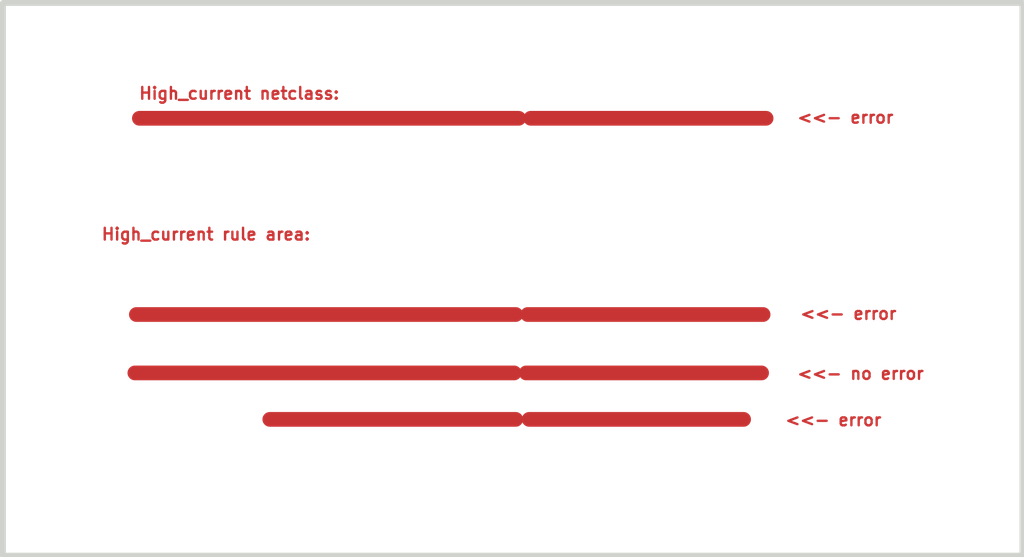
<source format=kicad_pcb>
(kicad_pcb (version 20220621) (generator pcbnew)

  (general
    (thickness 1.6)
  )

  (paper "A4")
  (layers
    (0 "F.Cu" signal)
    (31 "B.Cu" signal)
    (32 "B.Adhes" user "B.Adhesive")
    (33 "F.Adhes" user "F.Adhesive")
    (34 "B.Paste" user)
    (35 "F.Paste" user)
    (36 "B.SilkS" user "B.Silkscreen")
    (37 "F.SilkS" user "F.Silkscreen")
    (38 "B.Mask" user)
    (39 "F.Mask" user)
    (40 "Dwgs.User" user "User.Drawings")
    (41 "Cmts.User" user "User.Comments")
    (42 "Eco1.User" user "User.Eco1")
    (43 "Eco2.User" user "User.Eco2")
    (44 "Edge.Cuts" user)
    (45 "Margin" user)
    (46 "B.CrtYd" user "B.Courtyard")
    (47 "F.CrtYd" user "F.Courtyard")
    (48 "B.Fab" user)
    (49 "F.Fab" user)
    (50 "User.1" user)
    (51 "User.2" user)
    (52 "User.3" user)
    (53 "User.4" user)
    (54 "User.5" user)
    (55 "User.6" user)
    (56 "User.7" user)
    (57 "User.8" user)
    (58 "User.9" user)
  )

  (setup
    (stackup
      (layer "F.SilkS" (type "Top Silk Screen"))
      (layer "F.Paste" (type "Top Solder Paste"))
      (layer "F.Mask" (type "Top Solder Mask") (thickness 0.01))
      (layer "F.Cu" (type "copper") (thickness 0.035))
      (layer "dielectric 1" (type "core") (thickness 1.51) (material "FR4") (epsilon_r 4.5) (loss_tangent 0.02))
      (layer "B.Cu" (type "copper") (thickness 0.035))
      (layer "B.Mask" (type "Bottom Solder Mask") (thickness 0.01))
      (layer "B.Paste" (type "Bottom Solder Paste"))
      (layer "B.SilkS" (type "Bottom Silk Screen"))
      (copper_finish "None")
      (dielectric_constraints no)
    )
    (pad_to_mask_clearance 0)
    (pcbplotparams
      (layerselection 0x00010fc_ffffffff)
      (plot_on_all_layers_selection 0x0000000_00000000)
      (disableapertmacros false)
      (usegerberextensions false)
      (usegerberattributes true)
      (usegerberadvancedattributes true)
      (creategerberjobfile true)
      (dashed_line_dash_ratio 12.000000)
      (dashed_line_gap_ratio 3.000000)
      (svgprecision 4)
      (plotframeref false)
      (viasonmask false)
      (mode 1)
      (useauxorigin false)
      (hpglpennumber 1)
      (hpglpenspeed 20)
      (hpglpendiameter 15.000000)
      (dxfpolygonmode true)
      (dxfimperialunits true)
      (dxfusepcbnewfont true)
      (psnegative false)
      (psa4output false)
      (plotreference true)
      (plotvalue true)
      (plotinvisibletext false)
      (sketchpadsonfab false)
      (subtractmaskfromsilk false)
      (outputformat 1)
      (mirror false)
      (drillshape 1)
      (scaleselection 1)
      (outputdirectory "")
    )
  )

  (net 0 "")
  (net 1 "net_1")
  (net 2 "net_HC")
  (net 3 "net_2")
  (net 4 "net_3")

  (gr_rect (start 103.8606 72.2884) (end 121.1326 81.661)
    (stroke (width 0.1) (type default)) (fill none) (layer "Edge.Cuts") (tstamp 0fed72c1-482a-43d6-acdf-98ed8c42a640))
  (gr_text "<<- no error" (at 117.2972 78.6892) (layer "F.Cu") (tstamp 1cdd5a64-dfb1-4eda-890c-555989cf19dc)
    (effects (font (size 0.2 0.2) (thickness 0.04) bold) (justify left bottom))
  )
  (gr_text "<<- error" (at 117.2972 74.3458) (layer "F.Cu") (tstamp 24703be7-31d2-4cc0-807d-d1af2764829c)
    (effects (font (size 0.2 0.2) (thickness 0.04) bold) (justify left bottom))
  )
  (gr_text "<<- error" (at 117.348 77.6732) (layer "F.Cu") (tstamp 48240202-f51e-42b8-906f-77194bafa596)
    (effects (font (size 0.2 0.2) (thickness 0.04) bold) (justify left bottom))
  )
  (gr_text "High_current rule area:" (at 105.5116 76.327) (layer "F.Cu") (tstamp 5a232032-2a77-4c5c-a932-e0dd3c3db8c9)
    (effects (font (size 0.2 0.2) (thickness 0.04) bold) (justify left bottom))
  )
  (gr_text "High_current netclass:" (at 106.1466 73.9394) (layer "F.Cu") (tstamp dd7b0757-fb61-40bd-84e1-598677c91625)
    (effects (font (size 0.2 0.2) (thickness 0.04) bold) (justify left bottom))
  )
  (gr_text "<<- error" (at 117.094 79.4766) (layer "F.Cu") (tstamp e8c4ea88-467d-4e67-8480-f5f76e9ac3cf)
    (effects (font (size 0.2 0.2) (thickness 0.04) bold) (justify left bottom))
  )

  (segment (start 112.5474 77.5716) (end 106.1212 77.5716) (width 0.25) (layer "F.Cu") (net 1) (tstamp 07a05dc9-fd0c-4bac-8cfe-73f661e50f58))
  (segment (start 112.7506 77.5716) (end 116.7384 77.5716) (width 0.25) (layer "F.Cu") (net 1) (tstamp b9c8bd88-3577-41fd-b8a3-f84c3ec54539))
  (segment (start 112.8014 74.2442) (end 116.7892 74.2442) (width 0.25) (layer "F.Cu") (net 2) (tstamp 5fd40a5e-8558-46fc-9321-fcda035db40b))
  (segment (start 112.5982 74.2442) (end 106.172 74.2442) (width 0.25) (layer "F.Cu") (net 2) (tstamp 7014ab67-9149-4546-9f6e-d99764e15f97))
  (segment (start 112.7252 78.5622) (end 116.713 78.5622) (width 0.25) (layer "F.Cu") (net 3) (tstamp 7c6d2fd8-65cf-4c16-ba39-e8c3cd86d13d))
  (segment (start 112.522 78.5622) (end 106.0958 78.5622) (width 0.25) (layer "F.Cu") (net 3) (tstamp a38443b8-d7a2-41c0-b6b5-5218a5114002))
  (segment (start 108.3818 79.3496) (end 112.5474 79.3496) (width 0.25) (layer "F.Cu") (net 4) (tstamp db40c24a-6762-409a-acaf-cbcefb8e7d40))
  (segment (start 112.776 79.3496) (end 116.4082 79.3496) (width 0.25) (layer "F.Cu") (net 4) (tstamp e8d7189c-1bf1-4f6c-abd7-bbbd5fd5f896))

  (zone (net 0) (net_name "") (layer "F.Cu") (tstamp b0befc79-e815-4fdd-bd77-757b21ce75e2) (name "high_current") (hatch edge 0.508)
    (connect_pads (clearance 0))
    (min_thickness 0.254) (filled_areas_thickness no)
    (keepout (tracks allowed) (vias allowed) (pads allowed) (copperpour allowed) (footprints allowed))
    (fill (thermal_gap 0.508) (thermal_bridge_width 0.508) (island_removal_mode 0) (island_area_min 10))
    (polygon
      (pts
        (xy 118.5418 77.9526)
        (xy 105.4354 77.9526)
        (xy 105.4354 76.454)
        (xy 118.5418 76.454)
      )
    )
  )
)

</source>
